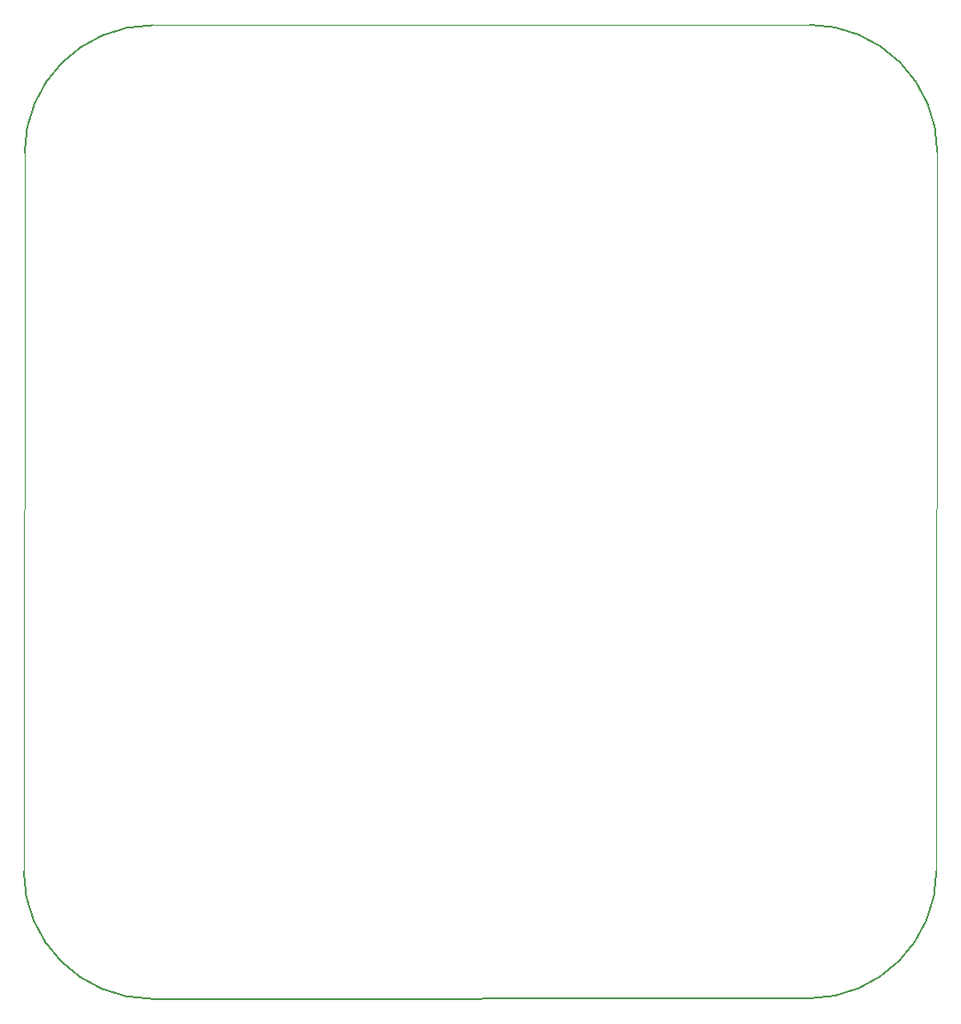
<source format=gbr>
%TF.GenerationSoftware,KiCad,Pcbnew,7.0.8*%
%TF.CreationDate,2023-10-31T17:39:43-05:00*%
%TF.ProjectId,Resistor Bank Control Board,52657369-7374-46f7-9220-42616e6b2043,rev?*%
%TF.SameCoordinates,Original*%
%TF.FileFunction,Profile,NP*%
%FSLAX46Y46*%
G04 Gerber Fmt 4.6, Leading zero omitted, Abs format (unit mm)*
G04 Created by KiCad (PCBNEW 7.0.8) date 2023-10-31 17:39:43*
%MOMM*%
%LPD*%
G01*
G04 APERTURE LIST*
%TA.AperFunction,Profile*%
%ADD10C,0.150000*%
%TD*%
%TA.AperFunction,Profile*%
%ADD11C,0.100000*%
%TD*%
G04 APERTURE END LIST*
D10*
X92038326Y-146500000D02*
X154788326Y-146461674D01*
X167086663Y-65692511D02*
G75*
G03*
X154875000Y-53480837I-12211663J11D01*
G01*
X92125000Y-53519166D02*
G75*
G03*
X79913326Y-65730837I0J-12211674D01*
G01*
X154788326Y-146461700D02*
G75*
G03*
X167000000Y-134250000I-26J12211700D01*
G01*
D11*
X79913326Y-65730837D02*
X79826652Y-134288326D01*
X92125000Y-53519163D02*
X154875000Y-53480837D01*
D10*
X79826650Y-134288326D02*
G75*
G03*
X92038326Y-146500000I12211680J6D01*
G01*
D11*
X167086674Y-65692511D02*
X167000000Y-134250000D01*
M02*

</source>
